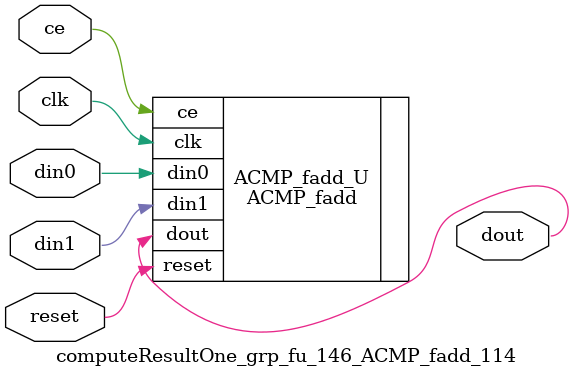
<source format=v>

`timescale 1 ns / 1 ps
module computeResultOne_grp_fu_146_ACMP_fadd_114(
    clk,
    reset,
    ce,
    din0,
    din1,
    dout);

parameter ID = 32'd1;
parameter NUM_STAGE = 32'd1;
parameter din0_WIDTH = 32'd1;
parameter din1_WIDTH = 32'd1;
parameter dout_WIDTH = 32'd1;
input clk;
input reset;
input ce;
input[din0_WIDTH - 1:0] din0;
input[din1_WIDTH - 1:0] din1;
output[dout_WIDTH - 1:0] dout;



ACMP_fadd #(
.ID( ID ),
.NUM_STAGE( 4 ),
.din0_WIDTH( din0_WIDTH ),
.din1_WIDTH( din1_WIDTH ),
.dout_WIDTH( dout_WIDTH ))
ACMP_fadd_U(
    .clk( clk ),
    .reset( reset ),
    .ce( ce ),
    .din0( din0 ),
    .din1( din1 ),
    .dout( dout ));

endmodule

</source>
